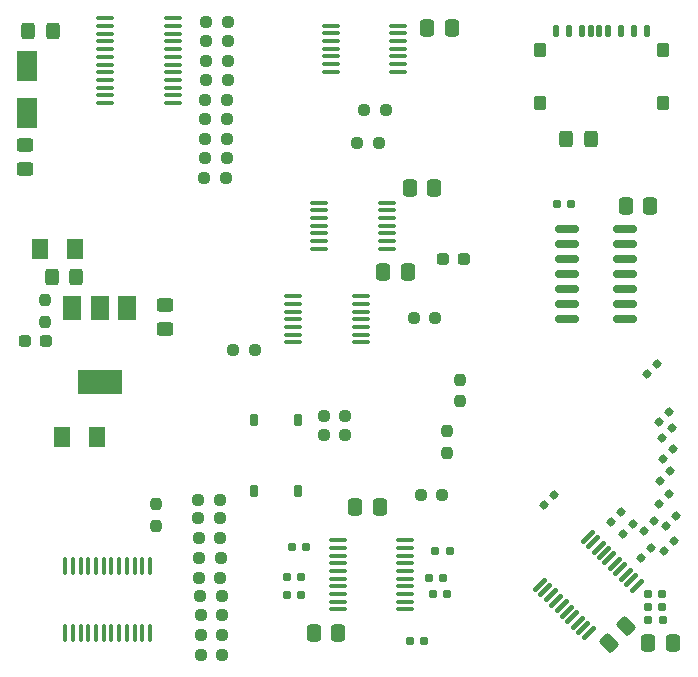
<source format=gbr>
%TF.GenerationSoftware,KiCad,Pcbnew,6.0.5-a6ca702e91~116~ubuntu21.10.1*%
%TF.CreationDate,2023-01-26T05:59:22-07:00*%
%TF.ProjectId,DB25_External,44423235-5f45-4787-9465-726e616c2e6b,rev?*%
%TF.SameCoordinates,Original*%
%TF.FileFunction,Paste,Top*%
%TF.FilePolarity,Positive*%
%FSLAX46Y46*%
G04 Gerber Fmt 4.6, Leading zero omitted, Abs format (unit mm)*
G04 Created by KiCad (PCBNEW 6.0.5-a6ca702e91~116~ubuntu21.10.1) date 2023-01-26 05:59:22*
%MOMM*%
%LPD*%
G01*
G04 APERTURE LIST*
G04 Aperture macros list*
%AMRoundRect*
0 Rectangle with rounded corners*
0 $1 Rounding radius*
0 $2 $3 $4 $5 $6 $7 $8 $9 X,Y pos of 4 corners*
0 Add a 4 corners polygon primitive as box body*
4,1,4,$2,$3,$4,$5,$6,$7,$8,$9,$2,$3,0*
0 Add four circle primitives for the rounded corners*
1,1,$1+$1,$2,$3*
1,1,$1+$1,$4,$5*
1,1,$1+$1,$6,$7*
1,1,$1+$1,$8,$9*
0 Add four rect primitives between the rounded corners*
20,1,$1+$1,$2,$3,$4,$5,0*
20,1,$1+$1,$4,$5,$6,$7,0*
20,1,$1+$1,$6,$7,$8,$9,0*
20,1,$1+$1,$8,$9,$2,$3,0*%
G04 Aperture macros list end*
%ADD10RoundRect,0.250001X0.462499X0.624999X-0.462499X0.624999X-0.462499X-0.624999X0.462499X-0.624999X0*%
%ADD11R,1.500000X2.000000*%
%ADD12R,3.800000X2.000000*%
%ADD13RoundRect,0.250000X0.325000X0.450000X-0.325000X0.450000X-0.325000X-0.450000X0.325000X-0.450000X0*%
%ADD14RoundRect,0.250000X0.450000X-0.325000X0.450000X0.325000X-0.450000X0.325000X-0.450000X-0.325000X0*%
%ADD15RoundRect,0.250000X-0.450000X0.325000X-0.450000X-0.325000X0.450000X-0.325000X0.450000X0.325000X0*%
%ADD16R,1.800000X2.500000*%
%ADD17RoundRect,0.160000X0.026517X0.252791X-0.252791X-0.026517X-0.026517X-0.252791X0.252791X0.026517X0*%
%ADD18RoundRect,0.100000X-0.100000X0.637500X-0.100000X-0.637500X0.100000X-0.637500X0.100000X0.637500X0*%
%ADD19RoundRect,0.160000X0.197500X0.160000X-0.197500X0.160000X-0.197500X-0.160000X0.197500X-0.160000X0*%
%ADD20RoundRect,0.237500X-0.250000X-0.237500X0.250000X-0.237500X0.250000X0.237500X-0.250000X0.237500X0*%
%ADD21RoundRect,0.237500X-0.287500X-0.237500X0.287500X-0.237500X0.287500X0.237500X-0.287500X0.237500X0*%
%ADD22RoundRect,0.250000X-0.337500X-0.475000X0.337500X-0.475000X0.337500X0.475000X-0.337500X0.475000X0*%
%ADD23RoundRect,0.237500X-0.237500X0.250000X-0.237500X-0.250000X0.237500X-0.250000X0.237500X0.250000X0*%
%ADD24RoundRect,0.100000X-0.637500X-0.100000X0.637500X-0.100000X0.637500X0.100000X-0.637500X0.100000X0*%
%ADD25RoundRect,0.250000X0.097227X-0.574524X0.574524X-0.097227X-0.097227X0.574524X-0.574524X0.097227X0*%
%ADD26RoundRect,0.100000X0.380070X0.521491X-0.521491X-0.380070X-0.380070X-0.521491X0.521491X0.380070X0*%
%ADD27RoundRect,0.160000X-0.197500X-0.160000X0.197500X-0.160000X0.197500X0.160000X-0.197500X0.160000X0*%
%ADD28RoundRect,0.250000X0.337500X0.475000X-0.337500X0.475000X-0.337500X-0.475000X0.337500X-0.475000X0*%
%ADD29RoundRect,0.150000X-0.825000X-0.150000X0.825000X-0.150000X0.825000X0.150000X-0.825000X0.150000X0*%
%ADD30RoundRect,0.237500X0.250000X0.237500X-0.250000X0.237500X-0.250000X-0.237500X0.250000X-0.237500X0*%
%ADD31RoundRect,0.237500X0.237500X-0.250000X0.237500X0.250000X-0.237500X0.250000X-0.237500X-0.250000X0*%
%ADD32RoundRect,0.125000X-0.125000X-0.415000X0.125000X-0.415000X0.125000X0.415000X-0.125000X0.415000X0*%
%ADD33RoundRect,0.262500X-0.262500X-0.337500X0.262500X-0.337500X0.262500X0.337500X-0.262500X0.337500X0*%
%ADD34RoundRect,0.187500X0.187500X-0.312500X0.187500X0.312500X-0.187500X0.312500X-0.187500X-0.312500X0*%
%ADD35RoundRect,0.100000X0.637500X0.100000X-0.637500X0.100000X-0.637500X-0.100000X0.637500X-0.100000X0*%
G04 APERTURE END LIST*
D10*
%TO.C,C3*%
X116041500Y-93167200D03*
X113066500Y-93167200D03*
%TD*%
%TO.C,C4*%
X117870300Y-109118400D03*
X114895300Y-109118400D03*
%TD*%
D11*
%TO.C,U3*%
X120393220Y-98146920D03*
X118093220Y-98146920D03*
D12*
X118093220Y-104446920D03*
D11*
X115793220Y-98146920D03*
%TD*%
D13*
%TO.C,C2*%
X116078000Y-95554800D03*
X114028000Y-95554800D03*
%TD*%
D14*
%TO.C,C5*%
X123596400Y-99941600D03*
X123596400Y-97891600D03*
%TD*%
D15*
%TO.C,C6*%
X111810800Y-84378800D03*
X111810800Y-86428800D03*
%TD*%
D13*
%TO.C,C12*%
X159664400Y-83820000D03*
X157614400Y-83820000D03*
%TD*%
D16*
%TO.C,D1*%
X111963200Y-77635600D03*
X111963200Y-81635600D03*
%TD*%
D17*
%TO.C,R42*%
X166725600Y-117906800D03*
X165880608Y-118751792D03*
%TD*%
D18*
%TO.C,U2*%
X122345400Y-119971900D03*
X121695400Y-119971900D03*
X121045400Y-119971900D03*
X120395400Y-119971900D03*
X119745400Y-119971900D03*
X119095400Y-119971900D03*
X118445400Y-119971900D03*
X117795400Y-119971900D03*
X117145400Y-119971900D03*
X116495400Y-119971900D03*
X115845400Y-119971900D03*
X115195400Y-119971900D03*
X115195400Y-125696900D03*
X115845400Y-125696900D03*
X116495400Y-125696900D03*
X117145400Y-125696900D03*
X117795400Y-125696900D03*
X118445400Y-125696900D03*
X119095400Y-125696900D03*
X119745400Y-125696900D03*
X120395400Y-125696900D03*
X121045400Y-125696900D03*
X121695400Y-125696900D03*
X122345400Y-125696900D03*
%TD*%
D19*
%TO.C,R54*%
X135178800Y-120954800D03*
X133983800Y-120954800D03*
%TD*%
D20*
%TO.C,R39*%
X126595500Y-122580400D03*
X128420500Y-122580400D03*
%TD*%
D17*
%TO.C,R16*%
X166624000Y-110083600D03*
X165779008Y-110928592D03*
%TD*%
D20*
%TO.C,R4*%
X127052700Y-83820000D03*
X128877700Y-83820000D03*
%TD*%
D19*
%TO.C,R50*%
X147511100Y-122377200D03*
X146316100Y-122377200D03*
%TD*%
D20*
%TO.C,R33*%
X126495800Y-117652800D03*
X128320800Y-117652800D03*
%TD*%
D21*
%TO.C,D2*%
X147167600Y-94030800D03*
X148917600Y-94030800D03*
%TD*%
D20*
%TO.C,R36*%
X126646300Y-127558800D03*
X128471300Y-127558800D03*
%TD*%
D22*
%TO.C,C7*%
X162640100Y-89509600D03*
X164715100Y-89509600D03*
%TD*%
D23*
%TO.C,R56*%
X113487200Y-97487100D03*
X113487200Y-99312100D03*
%TD*%
D24*
%TO.C,U1*%
X118549500Y-73641000D03*
X118549500Y-74291000D03*
X118549500Y-74941000D03*
X118549500Y-75591000D03*
X118549500Y-76241000D03*
X118549500Y-76891000D03*
X118549500Y-77541000D03*
X118549500Y-78191000D03*
X118549500Y-78841000D03*
X118549500Y-79491000D03*
X118549500Y-80141000D03*
X118549500Y-80791000D03*
X124274500Y-80791000D03*
X124274500Y-80141000D03*
X124274500Y-79491000D03*
X124274500Y-78841000D03*
X124274500Y-78191000D03*
X124274500Y-77541000D03*
X124274500Y-76891000D03*
X124274500Y-76241000D03*
X124274500Y-75591000D03*
X124274500Y-74941000D03*
X124274500Y-74291000D03*
X124274500Y-73641000D03*
%TD*%
D20*
%TO.C,R5*%
X127052700Y-82194400D03*
X128877700Y-82194400D03*
%TD*%
%TO.C,R35*%
X126445000Y-114401600D03*
X128270000Y-114401600D03*
%TD*%
%TO.C,R1*%
X126546600Y-119329200D03*
X128371600Y-119329200D03*
%TD*%
D25*
%TO.C,C8*%
X161216777Y-126514423D03*
X162684023Y-125047177D03*
%TD*%
D20*
%TO.C,R38*%
X126646300Y-124155200D03*
X128471300Y-124155200D03*
%TD*%
D17*
%TO.C,R17*%
X166351392Y-111931008D03*
X165506400Y-112776000D03*
%TD*%
D20*
%TO.C,R9*%
X127105400Y-78892400D03*
X128930400Y-78892400D03*
%TD*%
D17*
%TO.C,R13*%
X156581696Y-114029904D03*
X155736704Y-114874896D03*
%TD*%
D21*
%TO.C,D3*%
X111799400Y-100990400D03*
X113549400Y-100990400D03*
%TD*%
D20*
%TO.C,R40*%
X126493900Y-121056400D03*
X128318900Y-121056400D03*
%TD*%
D17*
%TO.C,R45*%
X162204400Y-115417600D03*
X161359408Y-116262592D03*
%TD*%
D26*
%TO.C,U4*%
X163553580Y-121659394D03*
X163093961Y-121199775D03*
X162634342Y-120740155D03*
X162174722Y-120280536D03*
X161715103Y-119820917D03*
X161255483Y-119361297D03*
X160795864Y-118901678D03*
X160336245Y-118442058D03*
X159876625Y-117982439D03*
X159417006Y-117522820D03*
X155368820Y-121571006D03*
X155828439Y-122030625D03*
X156288058Y-122490245D03*
X156747678Y-122949864D03*
X157207297Y-123409483D03*
X157666917Y-123869103D03*
X158126536Y-124328722D03*
X158586155Y-124788342D03*
X159045775Y-125247961D03*
X159505394Y-125707580D03*
%TD*%
D17*
%TO.C,R18*%
X166319200Y-113944400D03*
X165474208Y-114789392D03*
%TD*%
D27*
%TO.C,R47*%
X164541200Y-123494800D03*
X165736200Y-123494800D03*
%TD*%
D22*
%TO.C,C15*%
X139729300Y-115011200D03*
X141804300Y-115011200D03*
%TD*%
D28*
%TO.C,C14*%
X147900300Y-74472800D03*
X145825300Y-74472800D03*
%TD*%
D29*
%TO.C,U8*%
X157632400Y-91440000D03*
X157632400Y-92710000D03*
X157632400Y-93980000D03*
X157632400Y-95250000D03*
X157632400Y-96520000D03*
X157632400Y-97790000D03*
X157632400Y-99060000D03*
X162582400Y-99060000D03*
X162582400Y-97790000D03*
X162582400Y-96520000D03*
X162582400Y-95250000D03*
X162582400Y-93980000D03*
X162582400Y-92710000D03*
X162582400Y-91440000D03*
%TD*%
D19*
%TO.C,R53*%
X135178800Y-122428000D03*
X133983800Y-122428000D03*
%TD*%
D30*
%TO.C,R31*%
X138887200Y-108915200D03*
X137062200Y-108915200D03*
%TD*%
D20*
%TO.C,R3*%
X127054600Y-85445600D03*
X128879600Y-85445600D03*
%TD*%
D17*
%TO.C,R15*%
X166573200Y-108356400D03*
X165728208Y-109201392D03*
%TD*%
D30*
%TO.C,R32*%
X138887200Y-107340400D03*
X137062200Y-107340400D03*
%TD*%
D31*
%TO.C,R41*%
X122834400Y-116584100D03*
X122834400Y-114759100D03*
%TD*%
D20*
%TO.C,R7*%
X127103500Y-75590400D03*
X128928500Y-75590400D03*
%TD*%
D17*
%TO.C,R43*%
X164998400Y-116230400D03*
X164153408Y-117075392D03*
%TD*%
D19*
%TO.C,R49*%
X145580700Y-126390400D03*
X144385700Y-126390400D03*
%TD*%
D20*
%TO.C,R8*%
X127105400Y-77266800D03*
X128930400Y-77266800D03*
%TD*%
D19*
%TO.C,R30*%
X157988000Y-89357200D03*
X156793000Y-89357200D03*
%TD*%
D20*
%TO.C,R2*%
X126953000Y-87122000D03*
X128778000Y-87122000D03*
%TD*%
D31*
%TO.C,R27*%
X148590000Y-106066600D03*
X148590000Y-104241600D03*
%TD*%
D32*
%TO.C,SD2*%
X156728800Y-74673200D03*
X157828800Y-74673200D03*
X158928800Y-74673200D03*
X159678800Y-74673200D03*
X160378800Y-74673200D03*
X161128800Y-74673200D03*
X162228800Y-74673200D03*
X163328800Y-74673200D03*
X164428800Y-74673200D03*
D33*
X165803800Y-76313200D03*
X155353800Y-76313200D03*
X165803800Y-80763200D03*
X155353800Y-80763200D03*
%TD*%
D19*
%TO.C,R55*%
X135585200Y-118364000D03*
X134390200Y-118364000D03*
%TD*%
D17*
%TO.C,R12*%
X165303200Y-102870000D03*
X164458208Y-103714992D03*
%TD*%
D19*
%TO.C,R51*%
X147155500Y-121056400D03*
X145960500Y-121056400D03*
%TD*%
D17*
%TO.C,R19*%
X166928800Y-115773200D03*
X166083808Y-116618192D03*
%TD*%
D22*
%TO.C,C10*%
X164519700Y-126542800D03*
X166594700Y-126542800D03*
%TD*%
D30*
%TO.C,R24*%
X131214500Y-101752400D03*
X129389500Y-101752400D03*
%TD*%
D28*
%TO.C,C9*%
X144162600Y-95148400D03*
X142087600Y-95148400D03*
%TD*%
D20*
%TO.C,R10*%
X127054600Y-80568800D03*
X128879600Y-80568800D03*
%TD*%
%TO.C,R34*%
X126443100Y-115976400D03*
X128268100Y-115976400D03*
%TD*%
D23*
%TO.C,R26*%
X147472400Y-108610400D03*
X147472400Y-110435400D03*
%TD*%
D24*
%TO.C,U7*%
X136685100Y-89236000D03*
X136685100Y-89886000D03*
X136685100Y-90536000D03*
X136685100Y-91186000D03*
X136685100Y-91836000D03*
X136685100Y-92486000D03*
X136685100Y-93136000D03*
X142410100Y-93136000D03*
X142410100Y-92486000D03*
X142410100Y-91836000D03*
X142410100Y-91186000D03*
X142410100Y-90536000D03*
X142410100Y-89886000D03*
X142410100Y-89236000D03*
%TD*%
D20*
%TO.C,R37*%
X126646300Y-125882400D03*
X128471300Y-125882400D03*
%TD*%
D34*
%TO.C,SW1*%
X131153300Y-107642400D03*
X131153300Y-113642400D03*
X134903300Y-107642400D03*
X134903300Y-113642400D03*
%TD*%
D13*
%TO.C,F2*%
X114105800Y-74676000D03*
X112055800Y-74676000D03*
%TD*%
D20*
%TO.C,R23*%
X144678400Y-99009200D03*
X146503400Y-99009200D03*
%TD*%
%TO.C,R25*%
X145291800Y-113995200D03*
X147116800Y-113995200D03*
%TD*%
D24*
%TO.C,U5*%
X134500700Y-97160800D03*
X134500700Y-97810800D03*
X134500700Y-98460800D03*
X134500700Y-99110800D03*
X134500700Y-99760800D03*
X134500700Y-100410800D03*
X134500700Y-101060800D03*
X140225700Y-101060800D03*
X140225700Y-100410800D03*
X140225700Y-99760800D03*
X140225700Y-99110800D03*
X140225700Y-98460800D03*
X140225700Y-97810800D03*
X140225700Y-97160800D03*
%TD*%
D17*
%TO.C,R14*%
X166319200Y-106934000D03*
X165474208Y-107778992D03*
%TD*%
D35*
%TO.C,U9*%
X143984900Y-123676600D03*
X143984900Y-123026600D03*
X143984900Y-122376600D03*
X143984900Y-121726600D03*
X143984900Y-121076600D03*
X143984900Y-120426600D03*
X143984900Y-119776600D03*
X143984900Y-119126600D03*
X143984900Y-118476600D03*
X143984900Y-117826600D03*
X138259900Y-117826600D03*
X138259900Y-118476600D03*
X138259900Y-119126600D03*
X138259900Y-119776600D03*
X138259900Y-120426600D03*
X138259900Y-121076600D03*
X138259900Y-121726600D03*
X138259900Y-122376600D03*
X138259900Y-123026600D03*
X138259900Y-123676600D03*
%TD*%
D19*
%TO.C,R52*%
X147714300Y-118719600D03*
X146519300Y-118719600D03*
%TD*%
D24*
%TO.C,U6*%
X137650300Y-74250000D03*
X137650300Y-74900000D03*
X137650300Y-75550000D03*
X137650300Y-76200000D03*
X137650300Y-76850000D03*
X137650300Y-77500000D03*
X137650300Y-78150000D03*
X143375300Y-78150000D03*
X143375300Y-77500000D03*
X143375300Y-76850000D03*
X143375300Y-76200000D03*
X143375300Y-75550000D03*
X143375300Y-74900000D03*
X143375300Y-74250000D03*
%TD*%
D20*
%TO.C,R6*%
X127103500Y-73914000D03*
X128928500Y-73914000D03*
%TD*%
D28*
%TO.C,C11*%
X138277600Y-125679200D03*
X136202600Y-125679200D03*
%TD*%
D17*
%TO.C,R11*%
X164744400Y-118465600D03*
X163899408Y-119310592D03*
%TD*%
D28*
%TO.C,C13*%
X146405600Y-87985600D03*
X144330600Y-87985600D03*
%TD*%
D20*
%TO.C,R29*%
X140514700Y-81381600D03*
X142339700Y-81381600D03*
%TD*%
D17*
%TO.C,R44*%
X163220400Y-116484400D03*
X162375408Y-117329392D03*
%TD*%
D27*
%TO.C,R46*%
X164553300Y-124561600D03*
X165748300Y-124561600D03*
%TD*%
D30*
%TO.C,R28*%
X141730100Y-84175600D03*
X139905100Y-84175600D03*
%TD*%
D27*
%TO.C,R48*%
X164514600Y-122377200D03*
X165709600Y-122377200D03*
%TD*%
M02*

</source>
